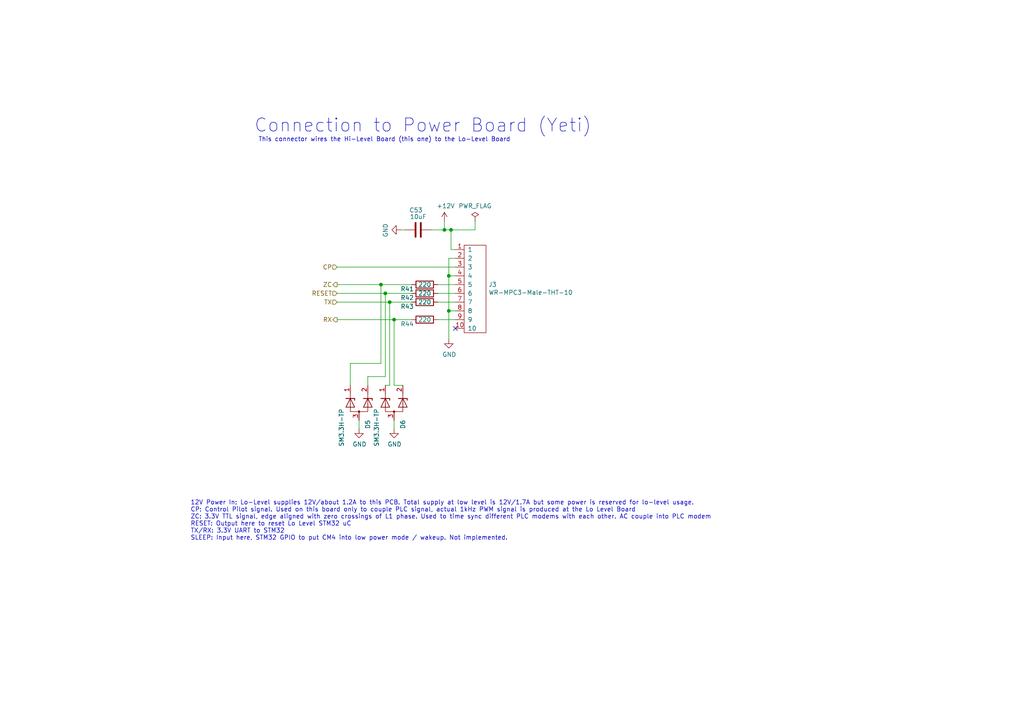
<source format=kicad_sch>
(kicad_sch (version 20211123) (generator eeschema)
  (paper "A4")
  (title_block (title "Yak") (date "2022-02-01") (rev "2") (company "Pionix GmbH") (comment 1 "Cornelius Claussen"))
  (lib_symbols
    (symbol "Device:C" (pin_numbers hide) (pin_names (offset 0.254))
      (property "Reference" "C" (at 0.635 2.54 0))
      (property "Value" "C" (at 0.635 -2.54 0))
      (symbol "C_0_1"
        (polyline (pts (xy -2.032 -0.762) (xy 2.032 -0.762)) (stroke (width 0.508)))
        (polyline (pts (xy -2.032 0.762) (xy 2.032 0.762)) (stroke (width 0.508)))
      )
      (symbol "C_1_1"
        (pin passive line (at 0 3.81 270) (length 2.794) (name "~") (number "1"))
        (pin passive line (at 0 -3.81 90) (length 2.794) (name "~") (number "2"))
      )
    )
    (symbol "Device:R" (pin_numbers hide) (pin_names (offset 0))
      (property "Reference" "R" (at 2.032 0 90))
      (property "Value" "R" (at 0 0 90))
      (symbol "R_0_1"
        (rectangle (start -1.016 -2.54) (end 1.016 2.54) (stroke (width 0.254)))
      )
      (symbol "R_1_1"
        (pin passive line (at 0 3.81 270) (length 1.27) (name "~") (number "1"))
        (pin passive line (at 0 -3.81 90) (length 1.27) (name "~") (number "2"))
      )
    )
    (symbol "Diode:2BZX84Cxx" (pin_names (offset 1.016) hide)
      (property "Reference" "D" (at 3.81 2.54 0))
      (property "Value" "2BZX84Cxx" (at 3.81 0 0))
      (symbol "2BZX84Cxx_0_1"
        (circle (center 0 -2.54) (radius 0.254) (fill (type outline)))
        (polyline (pts (xy -2.54 -1.27) (xy -2.54 2.54)))
        (polyline (pts (xy 2.54 -1.27) (xy 2.54 2.54)))
        (polyline (pts (xy -3.81 1.27) (xy -1.27 1.27) (xy -1.27 0.762)) (stroke (width 0.254)))
        (polyline (pts (xy 1.27 1.27) (xy 3.81 1.27) (xy 3.81 0.762)) (stroke (width 0.254)))
        (polyline (pts (xy -2.54 0) (xy -2.54 -2.54) (xy 2.54 -2.54) (xy 2.54 0)))
      )
      (symbol "2BZX84Cxx_1_1"
        (polyline (pts (xy -3.81 -1.27) (xy -1.27 -1.27) (xy -2.54 1.27) (xy -3.81 -1.27)) (stroke (width 0.2032)))
        (polyline (pts (xy 1.27 -1.27) (xy 3.81 -1.27) (xy 2.54 1.27) (xy 1.27 -1.27)) (stroke (width 0.2032)))
        (pin passive line (at -2.54 5.08 270) (length 2.54) (name "K") (number "1"))
        (pin passive line (at 2.54 5.08 270) (length 2.54) (name "K") (number "2"))
        (pin passive line (at 0 -5.08 90) (length 2.54) (name "A") (number "3"))
      )
    )
    (symbol "ev-devboard:WR-MPC3-Male-THT-10" (pin_names (offset 1.016))
      (property "Reference" "U" (at -1.27 22.86 0))
      (property "Value" "WR-MPC3-Male-THT-10" (at -1.27 25.4 0))
      (symbol "WR-MPC3-Male-THT-10_0_1"
        (rectangle (start -1.27 12.7) (end 5.08 -12.7))
      )
      (symbol "WR-MPC3-Male-THT-10_1_1"
        (pin passive line (at -3.81 11.43 0) (length 2.54) (name "1") (number "1"))
        (pin passive line (at -3.81 -11.43 0) (length 2.54) (name "10") (number "10"))
        (pin passive line (at -3.81 8.89 0) (length 2.54) (name "2") (number "2"))
        (pin passive line (at -3.81 6.35 0) (length 2.54) (name "3") (number "3"))
        (pin passive line (at -3.81 3.81 0) (length 2.54) (name "4") (number "4"))
        (pin passive line (at -3.81 1.27 0) (length 2.54) (name "5") (number "5"))
        (pin passive line (at -3.81 -1.27 0) (length 2.54) (name "6") (number "6"))
        (pin passive line (at -3.81 -3.81 0) (length 2.54) (name "7") (number "7"))
        (pin passive line (at -3.81 -6.35 0) (length 2.54) (name "8") (number "8"))
        (pin passive line (at -3.81 -8.89 0) (length 2.54) (name "9") (number "9"))
      )
    )
    (symbol "power:+12V" (power) (pin_names (offset 0))
      (property "Value" "+12V" (at 0 3.556 0))
      (symbol "+12V_0_1"
        (polyline (pts (xy -0.762 1.27) (xy 0 2.54)))
        (polyline (pts (xy 0 0) (xy 0 2.54)))
        (polyline (pts (xy 0 2.54) (xy 0.762 1.27)))
      )
      (symbol "+12V_1_1"
        (pin power_in line (at 0 0 90) (length 0) hide (name "+12V") (number "1"))
      )
    )
    (symbol "power:GND" (power) (pin_names (offset 0))
      (property "Value" "GND" (at 0 -3.81 0))
      (symbol "GND_0_1"
        (polyline (pts (xy 0 0) (xy 0 -1.27) (xy 1.27 -1.27) (xy 0 -2.54) (xy -1.27 -1.27) (xy 0 -1.27)))
      )
      (symbol "GND_1_1"
        (pin power_in line (at 0 0 270) (length 0) hide (name "GND") (number "1"))
      )
    )
    (symbol "power:PWR_FLAG" (power) (pin_numbers hide) (pin_names (offset 0) hide)
      (property "Value" "PWR_FLAG" (at 0 3.81 0))
      (symbol "PWR_FLAG_0_0"
        (pin power_out line (at 0 0 90) (length 0) (name "pwr") (number "1"))
      )
      (symbol "PWR_FLAG_0_1"
        (polyline (pts (xy 0 0) (xy 0 1.27) (xy -1.016 1.905) (xy 0 2.54) (xy 1.016 1.905) (xy 0 1.27)))
      )
    )
  )
  (junction (at 128.905 66.675))
  (junction (at 114.3 92.71))
  (junction (at 111.76 85.09))
  (junction (at 130.175 90.17))
  (junction (at 130.81 66.675))
  (junction (at 130.175 80.01))
  (junction (at 110.49 82.55))
  (junction (at 113.03 87.63))
  (no_connect (at 132.08 95.25))
  (wire (pts (xy 130.81 66.675) (xy 137.795 66.675)))
  (wire (pts (xy 137.795 64.135) (xy 137.795 66.675)))
  (wire (pts (xy 127 82.55) (xy 132.08 82.55)))
  (wire (pts (xy 110.49 82.55) (xy 119.38 82.55)))
  (wire (pts (xy 128.905 66.675) (xy 130.81 66.675)))
  (wire (pts (xy 97.79 87.63) (xy 113.03 87.63)))
  (wire (pts (xy 130.81 72.39) (xy 132.08 72.39)))
  (wire (pts (xy 97.79 85.09) (xy 111.76 85.09)))
  (wire (pts (xy 101.6 105.41) (xy 101.6 111.76)))
  (wire (pts (xy 130.175 98.425) (xy 130.175 90.17)))
  (wire (pts (xy 130.175 90.17) (xy 132.08 90.17)))
  (wire (pts (xy 130.175 80.01) (xy 130.175 90.17)))
  (wire (pts (xy 132.08 80.01) (xy 130.175 80.01)))
  (wire (pts (xy 106.68 109.22) (xy 106.68 111.76)))
  (wire (pts (xy 127 85.09) (xy 132.08 85.09)))
  (wire (pts (xy 111.76 85.09) (xy 119.38 85.09)))
  (wire (pts (xy 130.81 66.675) (xy 130.81 72.39)))
  (wire (pts (xy 111.76 85.09) (xy 111.76 109.22)))
  (wire (pts (xy 114.3 92.71) (xy 114.3 111.76)))
  (wire (pts (xy 117.475 66.675) (xy 116.205 66.675)))
  (wire (pts (xy 110.49 82.55) (xy 110.49 105.41)))
  (wire (pts (xy 127 92.71) (xy 132.08 92.71)))
  (wire (pts (xy 114.3 92.71) (xy 119.38 92.71)))
  (wire (pts (xy 113.03 87.63) (xy 113.03 111.76)))
  (wire (pts (xy 132.08 74.93) (xy 130.175 74.93)))
  (wire (pts (xy 130.175 74.93) (xy 130.175 80.01)))
  (wire (pts (xy 128.905 64.135) (xy 128.905 66.675)))
  (wire (pts (xy 97.79 92.71) (xy 114.3 92.71)))
  (wire (pts (xy 104.14 121.92) (xy 104.14 124.46)))
  (wire (pts (xy 113.03 111.76) (xy 111.76 111.76)))
  (wire (pts (xy 113.03 87.63) (xy 119.38 87.63)))
  (wire (pts (xy 127 87.63) (xy 132.08 87.63)))
  (wire (pts (xy 111.76 109.22) (xy 106.68 109.22)))
  (wire (pts (xy 114.3 111.76) (xy 116.84 111.76)))
  (wire (pts (xy 110.49 105.41) (xy 101.6 105.41)))
  (wire (pts (xy 114.3 121.92) (xy 114.3 124.46)))
  (wire (pts (xy 125.095 66.675) (xy 128.905 66.675)))
  (wire (pts (xy 132.08 77.47) (xy 97.79 77.47)))
  (wire (pts (xy 97.79 82.55) (xy 110.49 82.55)))
  (text "12V Power In: Lo-Level supplies 12V/about 1.2A to this PCB. Total supply at low level is 12V/1.7A but some power is reserved for lo-level usage.\nCP: Control Pilot signal. Used on this board only to couple PLC signal, actual 1kHz PWM signal is produced at the Lo Level Board\nZC: 3.3V TTL signal, edge aligned with zero crossings of L1 phase. Used to time sync different PLC modems with each other. AC couple into PLC modem\nRESET: Output here to reset Lo Level STM32 uC\nTX/RX: 3.3V UART to STM32\nSLEEP: Input here, STM32 GPIO to put CM4 into low power mode / wakeup. Not implemented." (at 55.245 156.845 0) (effects (font (size 1.27 1.27)) (justify left bottom)))
  (text "Connection to Power Board (Yeti)" (at 73.66 38.735 0) (effects (font (size 3.81 3.81)) (justify left bottom)))
  (text "This connector wires the Hi-Level Board (this one) to the Lo-Level Board" (at 74.93 41.275 0) (effects (font (size 1.27 1.27)) (justify left bottom)))
  (hierarchical_label "RX" (shape output) (at 97.79 92.71 180))
  (hierarchical_label "RESET" (shape input) (at 97.79 85.09 180))
  (hierarchical_label "ZC" (shape output) (at 97.79 82.55 180))
  (hierarchical_label "TX" (shape input) (at 97.79 87.63 180))
  (hierarchical_label "CP" (shape input) (at 97.79 77.47 180))
  (symbol (lib_id "power:+12V") (at 128.905 64.135 0) (unit 1)
    (property "Reference" "#PWR0113" (effects hide))
    (property "Value" "+12V" (at 129.286 59.7408 0))
  )
  (symbol (lib_id "ev-devboard:WR-MPC3-Male-THT-10") (at 135.89 83.82 0) (unit 1)
    (property "Reference" "J3" (at 141.6812 82.5246 0) (effects (justify left)))
    (property "Value" "WR-MPC3-Male-THT-10" (at 141.6812 84.836 0) (effects (justify left)))
    (property "Footprint" "Pionix:66201021022" (effects hide))
    (property "Field4" "Digikey" (effects hide))
    (property "Field5" "732-4722-5-ND" (effects hide))
    (property "Field6" "66201021022" (effects hide))
    (property "Field7" "Wurth" (effects hide))
    (property "Part Description" "Connector Header Through Hole, Right Angle 10 position 0.118\" (3.00mm)" (effects hide))
  )
  (symbol (lib_id "power:GND") (at 130.175 98.425 0) (unit 1)
    (property "Reference" "#PWR0114" (effects hide))
    (property "Value" "GND" (at 130.302 102.8192 0))
  )
  (symbol (lib_id "Device:C") (at 121.285 66.675 270) (unit 1)
    (property "Reference" "C53" (at 120.65 60.96 90))
    (property "Value" "10uF" (at 121.285 62.865 90))
    (property "Footprint" "Capacitor_SMD:C_0805_2012Metric" (effects hide))
    (property "Field4" "Digikey" (effects hide))
    (property "Field5" "587-3319-1-ND" (effects hide))
    (property "Field6" "EMK212BB7106MG-T" (effects hide))
    (property "Field7" "Taiyo Yuden" (effects hide))
    (property "STANDARD" "10uF 10% 16V Ceramic Capacitor X7R 0805 (2012 Metric)" (effects hide))
  )
  (symbol (lib_id "power:GND") (at 116.205 66.675 270) (unit 1)
    (property "Reference" "#PWR0111" (effects hide))
    (property "Value" "GND" (at 111.8108 66.802 0))
  )
  (symbol (lib_id "Device:R") (at 123.19 92.71 270) (unit 1)
    (property "Reference" "R44" (at 118.11 93.98 90))
    (property "Value" "220" (at 123.19 92.71 90))
    (property "Footprint" "Resistor_SMD:R_0603_1608Metric" (effects hide))
    (property "Field4" "Farnell" (effects hide))
    (property "Field5" "1652857" (effects hide))
    (property "Field6" "CRCW0603220RFKEA" (effects hide))
    (property "Field7" "Vishay" (effects hide))
    (property "STANDARD" "Resistor 220R 50V 0603 M1608 1% 100mW" (effects hide))
  )
  (symbol (lib_id "Device:R") (at 123.19 87.63 270) (unit 1)
    (property "Reference" "R43" (at 118.11 88.9 90))
    (property "Value" "220" (at 123.19 87.63 90))
    (property "Footprint" "Resistor_SMD:R_0603_1608Metric" (effects hide))
    (property "Field4" "Farnell" (effects hide))
    (property "Field5" "1652857" (effects hide))
    (property "Field6" "CRCW0603220RFKEA" (effects hide))
    (property "Field7" "Vishay" (effects hide))
    (property "STANDARD" "Resistor 220R 50V 0603 M1608 1% 100mW" (effects hide))
  )
  (symbol (lib_id "Device:R") (at 123.19 85.09 270) (unit 1)
    (property "Reference" "R42" (at 118.11 86.36 90))
    (property "Value" "220" (at 123.19 85.09 90))
    (property "Footprint" "Resistor_SMD:R_0603_1608Metric" (effects hide))
    (property "Field4" "Farnell" (effects hide))
    (property "Field5" "1652857" (effects hide))
    (property "Field6" "CRCW0603220RFKEA" (effects hide))
    (property "Field7" "Vishay" (effects hide))
    (property "STANDARD" "Resistor 220R 50V 0603 M1608 1% 100mW" (effects hide))
  )
  (symbol (lib_id "Device:R") (at 123.19 82.55 270) (unit 1)
    (property "Reference" "R41" (at 118.11 83.82 90))
    (property "Value" "220" (at 123.19 82.55 90))
    (property "Footprint" "Resistor_SMD:R_0603_1608Metric" (effects hide))
    (property "Field4" "Farnell" (effects hide))
    (property "Field5" "1652857" (effects hide))
    (property "Field6" "CRCW0603220RFKEA" (effects hide))
    (property "Field7" "Vishay" (effects hide))
    (property "STANDARD" "Resistor 220R 50V 0603 M1608 1% 100mW" (effects hide))
  )
  (symbol (lib_id "Diode:2BZX84Cxx") (at 104.14 116.84 0) (unit 1)
    (property "Reference" "D5" (at 106.68 124.46 90) (effects (justify left)))
    (property "Value" "SM3.3H-TP" (at 99.06 129.54 90) (effects (justify left)))
    (property "Footprint" "Package_TO_SOT_SMD:SOT-23" (effects hide))
    (property "Datasheet" "https://diotec.com/tl_files/diotec/files/pdf/datasheets/bzx84c2v4.pdf" (effects hide))
    (property "Field4" "Digikey" (effects hide))
    (property "Field5" "353-SM3.3H-TPCT-ND " (effects hide))
    (property "Field6" "SM3.3H-TP" (effects hide))
    (property "Field7" "Micro Commercial" (effects hide))
    (property "Part Description" "2.5V Clamp 40A (8/20µs) Ipp Tvs Diode Surface Mount SOT-23" (effects hide))
  )
  (symbol (lib_id "power:GND") (at 104.14 124.46 0) (unit 1)
    (property "Reference" "#PWR0109" (effects hide))
    (property "Value" "GND" (at 104.267 128.8542 0))
  )
  (symbol (lib_id "Diode:2BZX84Cxx") (at 114.3 116.84 0) (unit 1)
    (property "Reference" "D6" (at 116.84 124.46 90) (effects (justify left)))
    (property "Value" "SM3.3H-TP" (at 109.22 129.54 90) (effects (justify left)))
    (property "Footprint" "Package_TO_SOT_SMD:SOT-23" (effects hide))
    (property "Datasheet" "https://diotec.com/tl_files/diotec/files/pdf/datasheets/bzx84c2v4.pdf" (effects hide))
    (property "Field4" "Digikey" (effects hide))
    (property "Field5" "353-SM3.3H-TPCT-ND " (effects hide))
    (property "Field6" "SM3.3H-TP" (effects hide))
    (property "Field7" "Micro Commercial" (effects hide))
    (property "Part Description" "2.5V Clamp 40A (8/20µs) Ipp Tvs Diode Surface Mount SOT-23" (effects hide))
  )
  (symbol (lib_id "power:GND") (at 114.3 124.46 0) (unit 1)
    (property "Reference" "#PWR0110" (effects hide))
    (property "Value" "GND" (at 114.427 128.8542 0))
  )
  (symbol (lib_id "power:PWR_FLAG") (at 137.795 64.135 0) (unit 1)
    (property "Reference" "#FLG02" (effects hide))
    (property "Value" "PWR_FLAG" (at 137.795 59.7408 0))
  )
)
</source>
